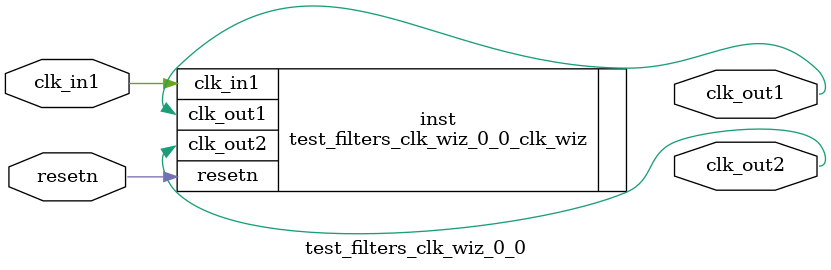
<source format=v>


`timescale 1ps/1ps

(* CORE_GENERATION_INFO = "test_filters_clk_wiz_0_0,clk_wiz_v6_0_4_0_0,{component_name=test_filters_clk_wiz_0_0,use_phase_alignment=true,use_min_o_jitter=false,use_max_i_jitter=false,use_dyn_phase_shift=false,use_inclk_switchover=false,use_dyn_reconfig=false,enable_axi=0,feedback_source=FDBK_AUTO,PRIMITIVE=MMCM,num_out_clk=2,clkin1_period=8.000,clkin2_period=10.0,use_power_down=false,use_reset=true,use_locked=false,use_inclk_stopped=false,feedback_type=SINGLE,CLOCK_MGR_TYPE=NA,manual_override=false}" *)

module test_filters_clk_wiz_0_0 
 (
  // Clock out ports
  output        clk_out1,
  output        clk_out2,
  // Status and control signals
  input         resetn,
 // Clock in ports
  input         clk_in1
 );

  test_filters_clk_wiz_0_0_clk_wiz inst
  (
  // Clock out ports  
  .clk_out1(clk_out1),
  .clk_out2(clk_out2),
  // Status and control signals               
  .resetn(resetn), 
 // Clock in ports
  .clk_in1(clk_in1)
  );

endmodule

</source>
